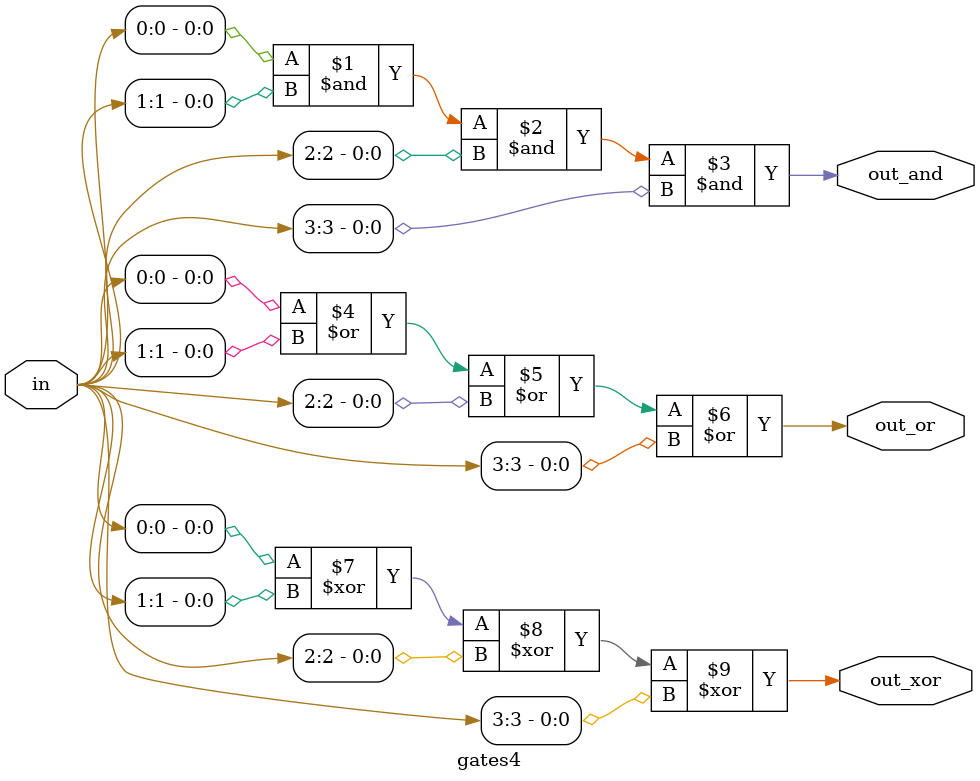
<source format=sv>
module gates4
(
  input [3:0] in,
  output out_and,
  output out_or,
  output out_xor
);

  assign out_and = in[0] & in[1] & in[2] & in[3];
  assign out_or  = in[0] | in[1] | in[2] | in[3];
  assign out_xor = in[0] ^ in[1] ^ in[2] ^ in[3];

endmodule
</source>
